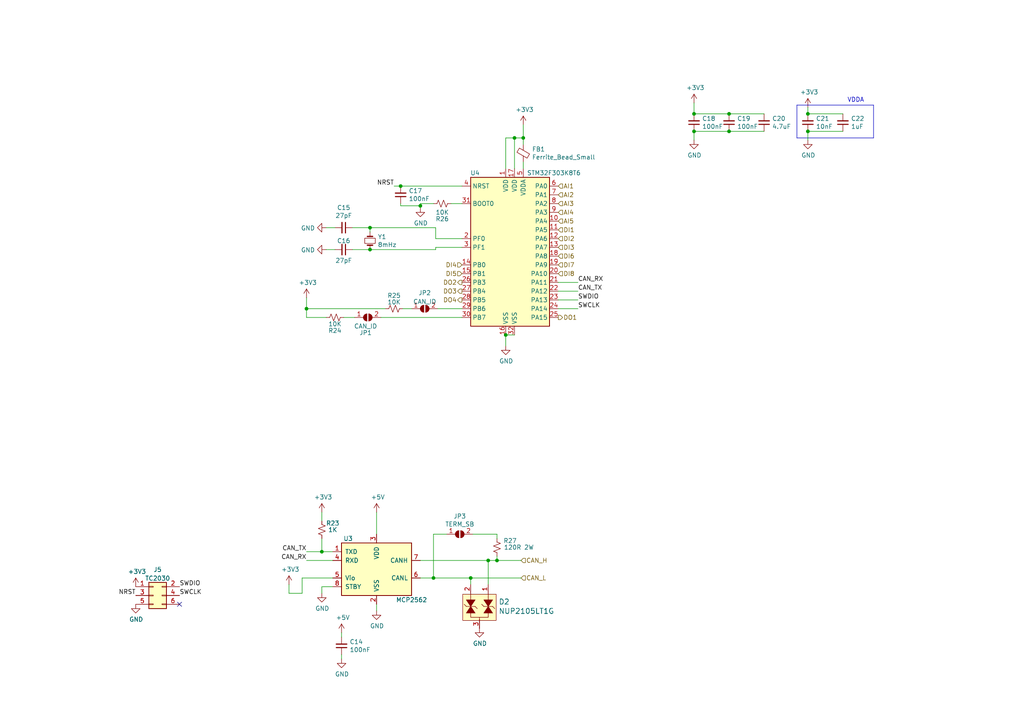
<source format=kicad_sch>
(kicad_sch (version 20230121) (generator eeschema)
  (paper "A4")
  (lib_symbols
    (symbol "Connector_Generic:Conn_02x03_Odd_Even" (pin_names (offset 1.016) hide)
      (property "Reference" "J" (at 1.27 5.08 0))
      (property "Value" "Conn_02x03_Odd_Even" (at 1.27 -5.08 0))
      (symbol "Conn_02x03_Odd_Even_1_1"
        (rectangle (start -1.27 -2.413) (end 0 -2.667) (stroke (width 0.1524)))
        (rectangle (start -1.27 0.127) (end 0 -0.127) (stroke (width 0.1524)))
        (rectangle (start -1.27 2.667) (end 0 2.413) (stroke (width 0.1524)))
        (rectangle (start -1.27 3.81) (end 3.81 -3.81) (stroke (width 0.254)) (fill (type background)))
        (rectangle (start 3.81 -2.413) (end 2.54 -2.667) (stroke (width 0.1524)))
        (rectangle (start 3.81 0.127) (end 2.54 -0.127) (stroke (width 0.1524)))
        (rectangle (start 3.81 2.667) (end 2.54 2.413) (stroke (width 0.1524)))
        (pin passive line (at -5.08 2.54 0) (length 3.81) (name "Pin_1") (number "1"))
        (pin passive line (at 7.62 2.54 180) (length 3.81) (name "Pin_2") (number "2"))
        (pin passive line (at -5.08 0 0) (length 3.81) (name "Pin_3") (number "3"))
        (pin passive line (at 7.62 0 180) (length 3.81) (name "Pin_4") (number "4"))
        (pin passive line (at -5.08 -2.54 0) (length 3.81) (name "Pin_5") (number "5"))
        (pin passive line (at 7.62 -2.54 180) (length 3.81) (name "Pin_6") (number "6"))
      )
    )
    (symbol "Device:C_Small" (pin_numbers hide) (pin_names (offset 0.254) hide)
      (property "Reference" "C" (at 0.254 1.778 0))
      (property "Value" "C_Small" (at 0.254 -2.032 0))
      (symbol "C_Small_0_1"
        (polyline (pts (xy -1.524 -0.508) (xy 1.524 -0.508)) (stroke (width 0.3302)))
        (polyline (pts (xy -1.524 0.508) (xy 1.524 0.508)) (stroke (width 0.3048)))
      )
      (symbol "C_Small_1_1"
        (pin passive line (at 0 2.54 270) (length 2.032) (name "~") (number "1"))
        (pin passive line (at 0 -2.54 90) (length 2.032) (name "~") (number "2"))
      )
    )
    (symbol "Device:Crystal_Small" (pin_numbers hide) (pin_names (offset 1.016) hide)
      (property "Reference" "Y" (at 0 2.54 0))
      (property "Value" "Crystal_Small" (at 0 -2.54 0))
      (symbol "Crystal_Small_0_1"
        (rectangle (start -0.762 -1.524) (end 0.762 1.524))
        (polyline (pts (xy -1.27 -0.762) (xy -1.27 0.762)) (stroke (width 0.381)))
        (polyline (pts (xy 1.27 -0.762) (xy 1.27 0.762)) (stroke (width 0.381)))
      )
      (symbol "Crystal_Small_1_1"
        (pin passive line (at -2.54 0 0) (length 1.27) (name "1") (number "1"))
        (pin passive line (at 2.54 0 180) (length 1.27) (name "2") (number "2"))
      )
    )
    (symbol "Device:FerriteBead_Small" (pin_numbers hide) (pin_names (offset 0))
      (property "Reference" "FB" (at 1.905 1.27 0))
      (property "Value" "FerriteBead_Small" (at 1.905 -1.27 0))
      (symbol "FerriteBead_Small_0_1"
        (polyline (pts (xy 0 -1.27) (xy 0 -0.7874)))
        (polyline (pts (xy 0 0.889) (xy 0 1.2954)))
        (polyline (pts (xy -1.8288 0.2794) (xy -1.1176 1.4986) (xy 1.8288 -0.2032) (xy 1.1176 -1.4224) (xy -1.8288 0.2794)))
      )
      (symbol "FerriteBead_Small_1_1"
        (pin passive line (at 0 2.54 270) (length 1.27) (name "~") (number "1"))
        (pin passive line (at 0 -2.54 90) (length 1.27) (name "~") (number "2"))
      )
    )
    (symbol "Device:R_Small_US" (pin_numbers hide) (pin_names (offset 0.254) hide)
      (property "Reference" "R" (at 0.762 0.508 0))
      (property "Value" "R_Small_US" (at 0.762 -1.016 0))
      (symbol "R_Small_US_1_1"
        (polyline (pts (xy 0 0) (xy 1.016 -0.381) (xy 0 -0.762) (xy -1.016 -1.143) (xy 0 -1.524)))
        (polyline (pts (xy 0 1.524) (xy 1.016 1.143) (xy 0 0.762) (xy -1.016 0.381) (xy 0 0)))
        (pin passive line (at 0 2.54 270) (length 1.016) (name "~") (number "1"))
        (pin passive line (at 0 -2.54 90) (length 1.016) (name "~") (number "2"))
      )
    )
    (symbol "Interface_CAN_LIN:MCP2562-H-SN" (pin_names (offset 1.016))
      (property "Reference" "U" (at -10.16 8.89 0))
      (property "Value" "MCP2562-H-SN" (at 2.54 8.89 0))
      (symbol "MCP2562-H-SN_0_1"
        (rectangle (start -10.16 7.62) (end 10.16 -7.62) (stroke (width 0.254)) (fill (type background)))
      )
      (symbol "MCP2562-H-SN_1_1"
        (pin input line (at -12.7 5.08 0) (length 2.54) (name "TXD") (number "1"))
        (pin power_in line (at 0 -10.16 90) (length 2.54) (name "VSS") (number "2"))
        (pin power_in line (at 0 10.16 270) (length 2.54) (name "VDD") (number "3"))
        (pin output line (at -12.7 2.54 0) (length 2.54) (name "RXD") (number "4"))
        (pin power_in line (at -12.7 -2.54 0) (length 2.54) (name "Vio") (number "5"))
        (pin bidirectional line (at 12.7 -2.54 180) (length 2.54) (name "CANL") (number "6"))
        (pin bidirectional line (at 12.7 2.54 180) (length 2.54) (name "CANH") (number "7"))
        (pin input line (at -12.7 -5.08 0) (length 2.54) (name "STBY") (number "8"))
      )
    )
    (symbol "Jumper:SolderJumper_2_Open" (pin_names (offset 0) hide)
      (property "Reference" "JP" (at 0 2.032 0))
      (property "Value" "SolderJumper_2_Open" (at 0 -2.54 0))
      (symbol "SolderJumper_2_Open_0_1"
        (arc (start -0.254 1.016) (mid -1.2656 0) (end -0.254 -1.016))
        (arc (start -0.254 1.016) (mid -1.2656 0) (end -0.254 -1.016) (fill (type outline)))
        (polyline (pts (xy -0.254 1.016) (xy -0.254 -1.016)))
        (polyline (pts (xy 0.254 1.016) (xy 0.254 -1.016)))
        (arc (start 0.254 -1.016) (mid 1.2656 0) (end 0.254 1.016))
        (arc (start 0.254 -1.016) (mid 1.2656 0) (end 0.254 1.016) (fill (type outline)))
      )
      (symbol "SolderJumper_2_Open_1_1"
        (pin passive line (at -3.81 0 0) (length 2.54) (name "A") (number "1"))
        (pin passive line (at 3.81 0 180) (length 2.54) (name "B") (number "2"))
      )
    )
    (symbol "MCU_ST_STM32F3:STM32F303K8Tx"
      (property "Reference" "U" (at -12.7 21.59 0))
      (property "Value" "STM32F303K8Tx" (at 5.08 21.59 0))
      (symbol "STM32F303K8Tx_0_1"
        (rectangle (start -12.7 -22.86) (end 10.16 20.32) (stroke (width 0.254)) (fill (type background)))
      )
      (symbol "STM32F303K8Tx_1_1"
        (pin power_in line (at -2.54 22.86 270) (length 2.54) (name "VDD") (number "1"))
        (pin bidirectional line (at 12.7 7.62 180) (length 2.54) (name "PA4") (number "10"))
        (pin bidirectional line (at 12.7 5.08 180) (length 2.54) (name "PA5") (number "11"))
        (pin bidirectional line (at 12.7 2.54 180) (length 2.54) (name "PA6") (number "12"))
        (pin bidirectional line (at 12.7 0 180) (length 2.54) (name "PA7") (number "13"))
        (pin bidirectional line (at -15.24 -5.08 0) (length 2.54) (name "PB0") (number "14"))
        (pin bidirectional line (at -15.24 -7.62 0) (length 2.54) (name "PB1") (number "15"))
        (pin power_in line (at -2.54 -25.4 90) (length 2.54) (name "VSS") (number "16"))
        (pin power_in line (at 0 22.86 270) (length 2.54) (name "VDD") (number "17"))
        (pin bidirectional line (at 12.7 -2.54 180) (length 2.54) (name "PA8") (number "18"))
        (pin bidirectional line (at 12.7 -5.08 180) (length 2.54) (name "PA9") (number "19"))
        (pin input line (at -15.24 2.54 0) (length 2.54) (name "PF0") (number "2"))
        (pin bidirectional line (at 12.7 -7.62 180) (length 2.54) (name "PA10") (number "20"))
        (pin bidirectional line (at 12.7 -10.16 180) (length 2.54) (name "PA11") (number "21"))
        (pin bidirectional line (at 12.7 -12.7 180) (length 2.54) (name "PA12") (number "22"))
        (pin bidirectional line (at 12.7 -15.24 180) (length 2.54) (name "PA13") (number "23"))
        (pin bidirectional line (at 12.7 -17.78 180) (length 2.54) (name "PA14") (number "24"))
        (pin bidirectional line (at 12.7 -20.32 180) (length 2.54) (name "PA15") (number "25"))
        (pin bidirectional line (at -15.24 -10.16 0) (length 2.54) (name "PB3") (number "26"))
        (pin bidirectional line (at -15.24 -12.7 0) (length 2.54) (name "PB4") (number "27"))
        (pin bidirectional line (at -15.24 -15.24 0) (length 2.54) (name "PB5") (number "28"))
        (pin bidirectional line (at -15.24 -17.78 0) (length 2.54) (name "PB6") (number "29"))
        (pin input line (at -15.24 0 0) (length 2.54) (name "PF1") (number "3"))
        (pin bidirectional line (at -15.24 -20.32 0) (length 2.54) (name "PB7") (number "30"))
        (pin input line (at -15.24 12.7 0) (length 2.54) (name "BOOT0") (number "31"))
        (pin power_in line (at 0 -25.4 90) (length 2.54) (name "VSS") (number "32"))
        (pin input line (at -15.24 17.78 0) (length 2.54) (name "NRST") (number "4"))
        (pin power_in line (at 2.54 22.86 270) (length 2.54) (name "VDDA") (number "5"))
        (pin bidirectional line (at 12.7 17.78 180) (length 2.54) (name "PA0") (number "6"))
        (pin bidirectional line (at 12.7 15.24 180) (length 2.54) (name "PA1") (number "7"))
        (pin bidirectional line (at 12.7 12.7 180) (length 2.54) (name "PA2") (number "8"))
        (pin bidirectional line (at 12.7 10.16 180) (length 2.54) (name "PA3") (number "9"))
      )
    )
    (symbol "dk_TVS-Diodes:NUP2105LT1G" (pin_names (offset 1.016))
      (property "Reference" "D" (at -4.826 5.842 0))
      (property "Value" "NUP2105LT1G" (at 0 -6.35 0))
      (symbol "NUP2105LT1G_0_1"
        (polyline (pts (xy -6.35 -2.54) (xy -3.175 -2.54)))
        (polyline (pts (xy -3.175 2.54) (xy -6.35 2.54)))
        (polyline (pts (xy -1.27 -3.81) (xy -1.905 -4.445)))
        (polyline (pts (xy -1.27 -1.27) (xy -1.27 -3.81)))
        (polyline (pts (xy -1.27 -1.27) (xy -0.635 -0.635)))
        (polyline (pts (xy -1.27 1.27) (xy -1.905 0.635)))
        (polyline (pts (xy -1.27 3.81) (xy -1.27 1.27)))
        (polyline (pts (xy -1.27 3.81) (xy -0.635 4.445)))
        (polyline (pts (xy -3.175 -1.27) (xy -3.175 -3.81) (xy -1.27 -2.54) (xy -3.175 -1.27)) (fill (type outline)))
        (polyline (pts (xy -3.175 3.81) (xy -3.175 1.27) (xy -1.27 2.54) (xy -3.175 3.81)) (fill (type outline)))
        (polyline (pts (xy 0.635 -1.27) (xy 0.635 -3.81) (xy -1.27 -2.54) (xy 0.635 -1.27)) (fill (type outline)))
        (polyline (pts (xy 0.635 3.81) (xy 0.635 1.27) (xy -1.27 2.54) (xy 0.635 3.81)) (fill (type outline)))
      )
      (symbol "NUP2105LT1G_1_1"
        (rectangle (start -4.826 4.826) (end 2.794 -4.826) (fill (type background)))
        (polyline (pts (xy 1.8796 -2.54) (xy 0.4064 -2.54)))
        (polyline (pts (xy 2.54 0) (xy 1.8796 0)))
        (polyline (pts (xy -1.27 2.54) (xy 1.8796 2.54) (xy 1.8796 -2.54)))
        (pin passive line (at -7.62 2.54 0) (length 2.54) (name "~") (number "1"))
        (pin passive line (at -7.62 -2.54 0) (length 2.54) (name "~") (number "2"))
        (pin passive line (at 5.08 0 180) (length 2.54) (name "~") (number "3"))
      )
    )
    (symbol "power:+3V3" (power) (pin_names (offset 0))
      (property "Value" "+3V3" (at 0 3.556 0))
      (symbol "+3V3_0_1"
        (polyline (pts (xy -0.762 1.27) (xy 0 2.54)))
        (polyline (pts (xy 0 0) (xy 0 2.54)))
        (polyline (pts (xy 0 2.54) (xy 0.762 1.27)))
      )
      (symbol "+3V3_1_1"
        (pin power_in line (at 0 0 90) (length 0) hide (name "+3V3") (number "1"))
      )
    )
    (symbol "power:+5V" (power) (pin_names (offset 0))
      (property "Value" "+5V" (at 0 3.556 0))
      (symbol "+5V_0_1"
        (polyline (pts (xy -0.762 1.27) (xy 0 2.54)))
        (polyline (pts (xy 0 0) (xy 0 2.54)))
        (polyline (pts (xy 0 2.54) (xy 0.762 1.27)))
      )
      (symbol "+5V_1_1"
        (pin power_in line (at 0 0 90) (length 0) hide (name "+5V") (number "1"))
      )
    )
    (symbol "power:GND" (power) (pin_names (offset 0))
      (property "Value" "GND" (at 0 -3.81 0))
      (symbol "GND_0_1"
        (polyline (pts (xy 0 0) (xy 0 -1.27) (xy 1.27 -1.27) (xy 0 -2.54) (xy -1.27 -1.27) (xy 0 -1.27)))
      )
      (symbol "GND_1_1"
        (pin power_in line (at 0 0 270) (length 0) hide (name "GND") (number "1"))
      )
    )
  )
  (junction (at 211.455 38.1))
  (junction (at 149.225 40.005))
  (junction (at 201.295 38.1))
  (junction (at 146.685 97.155))
  (junction (at 121.92 59.69))
  (junction (at 125.73 167.64))
  (junction (at 234.315 33.02))
  (junction (at 107.315 72.39))
  (junction (at 211.455 33.02))
  (junction (at 136.525 167.64))
  (junction (at 93.345 160.02))
  (junction (at 88.9 89.535))
  (junction (at 234.315 38.1))
  (junction (at 151.765 40.005))
  (junction (at 201.295 33.02))
  (junction (at 107.315 66.04))
  (junction (at 116.205 53.975))
  (junction (at 144.145 162.56))
  (junction (at 141.605 162.56))
  (no_connect (at 52.07 175.26))
  (wire (pts (xy 110.49 92.075) (xy 133.985 92.075)))
  (wire (pts (xy 201.295 33.02) (xy 211.455 33.02)))
  (wire (pts (xy 151.765 46.99) (xy 151.765 48.895)))
  (wire (pts (xy 116.205 53.975) (xy 133.985 53.975)))
  (wire (pts (xy 116.84 89.535) (xy 119.38 89.535)))
  (wire (pts (xy 167.64 81.915) (xy 161.925 81.915)))
  (wire (pts (xy 94.615 92.075) (xy 88.9 92.075)))
  (wire (pts (xy 116.205 59.69) (xy 121.92 59.69)))
  (wire (pts (xy 127 89.535) (xy 133.985 89.535)))
  (wire (pts (xy 102.235 72.39) (xy 107.315 72.39)))
  (wire (pts (xy 201.295 40.64) (xy 201.295 38.1)))
  (wire (pts (xy 88.9 89.535) (xy 88.9 86.36)))
  (wire (pts (xy 125.73 59.055) (xy 121.92 59.055)))
  (wire (pts (xy 125.73 167.64) (xy 136.525 167.64)))
  (wire (pts (xy 121.92 167.64) (xy 125.73 167.64)))
  (wire (pts (xy 167.64 89.535) (xy 161.925 89.535)))
  (wire (pts (xy 126.365 72.39) (xy 126.365 71.755)))
  (wire (pts (xy 114.3 53.975) (xy 116.205 53.975)))
  (wire (pts (xy 96.52 167.64) (xy 87.63 167.64)))
  (wire (pts (xy 129.54 154.94) (xy 125.73 154.94)))
  (wire (pts (xy 87.63 167.64) (xy 87.63 172.085)))
  (wire (pts (xy 141.605 169.545) (xy 141.605 162.56)))
  (wire (pts (xy 201.295 38.1) (xy 211.455 38.1)))
  (wire (pts (xy 126.365 71.755) (xy 133.985 71.755)))
  (wire (pts (xy 146.685 40.005) (xy 149.225 40.005)))
  (wire (pts (xy 116.205 59.055) (xy 116.205 59.69)))
  (wire (pts (xy 201.295 29.845) (xy 201.295 33.02)))
  (wire (pts (xy 234.315 33.02) (xy 244.475 33.02)))
  (polyline (pts (xy 231.14 40.005) (xy 253.365 40.005)))
  (wire (pts (xy 93.345 170.18) (xy 93.345 172.085)))
  (wire (pts (xy 144.145 161.29) (xy 144.145 162.56)))
  (wire (pts (xy 149.225 40.005) (xy 151.765 40.005)))
  (wire (pts (xy 94.615 72.39) (xy 97.155 72.39)))
  (wire (pts (xy 99.06 189.865) (xy 99.06 191.135)))
  (wire (pts (xy 167.64 86.995) (xy 161.925 86.995)))
  (wire (pts (xy 144.145 154.94) (xy 137.16 154.94)))
  (wire (pts (xy 149.225 97.155) (xy 146.685 97.155)))
  (wire (pts (xy 121.92 59.055) (xy 121.92 59.69)))
  (wire (pts (xy 93.345 160.02) (xy 96.52 160.02)))
  (wire (pts (xy 141.605 162.56) (xy 121.92 162.56)))
  (wire (pts (xy 109.22 175.26) (xy 109.22 177.165)))
  (wire (pts (xy 107.315 66.04) (xy 126.365 66.04)))
  (wire (pts (xy 126.365 69.215) (xy 133.985 69.215)))
  (wire (pts (xy 144.145 156.21) (xy 144.145 154.94)))
  (wire (pts (xy 99.695 92.075) (xy 102.87 92.075)))
  (wire (pts (xy 96.52 170.18) (xy 93.345 170.18)))
  (wire (pts (xy 151.765 36.195) (xy 151.765 40.005)))
  (wire (pts (xy 136.525 169.545) (xy 136.525 167.64)))
  (wire (pts (xy 94.615 66.04) (xy 97.155 66.04)))
  (wire (pts (xy 126.365 66.04) (xy 126.365 69.215)))
  (wire (pts (xy 107.315 67.31) (xy 107.315 66.04)))
  (polyline (pts (xy 253.365 40.005) (xy 253.365 30.48)))
  (wire (pts (xy 133.985 59.055) (xy 130.81 59.055)))
  (wire (pts (xy 125.73 154.94) (xy 125.73 167.64)))
  (wire (pts (xy 234.315 31.115) (xy 234.315 33.02)))
  (polyline (pts (xy 231.14 30.48) (xy 231.14 40.005)))
  (wire (pts (xy 88.9 92.075) (xy 88.9 89.535)))
  (wire (pts (xy 234.315 38.1) (xy 244.475 38.1)))
  (wire (pts (xy 111.76 89.535) (xy 88.9 89.535)))
  (wire (pts (xy 88.9 162.56) (xy 96.52 162.56)))
  (wire (pts (xy 88.9 160.02) (xy 93.345 160.02)))
  (wire (pts (xy 146.685 48.895) (xy 146.685 40.005)))
  (wire (pts (xy 87.63 172.085) (xy 83.82 172.085)))
  (wire (pts (xy 211.455 33.02) (xy 221.615 33.02)))
  (wire (pts (xy 83.82 172.085) (xy 83.82 169.545)))
  (wire (pts (xy 107.315 72.39) (xy 126.365 72.39)))
  (wire (pts (xy 144.145 162.56) (xy 141.605 162.56)))
  (wire (pts (xy 149.225 48.895) (xy 149.225 40.005)))
  (polyline (pts (xy 253.365 30.48) (xy 231.14 30.48)))
  (wire (pts (xy 234.315 40.64) (xy 234.315 38.1)))
  (wire (pts (xy 93.345 148.59) (xy 93.345 151.13)))
  (wire (pts (xy 136.525 167.64) (xy 151.13 167.64)))
  (wire (pts (xy 99.06 183.515) (xy 99.06 184.785)))
  (wire (pts (xy 211.455 38.1) (xy 221.615 38.1)))
  (wire (pts (xy 151.13 162.56) (xy 144.145 162.56)))
  (wire (pts (xy 102.235 66.04) (xy 107.315 66.04)))
  (wire (pts (xy 167.64 84.455) (xy 161.925 84.455)))
  (wire (pts (xy 109.22 148.59) (xy 109.22 154.94)))
  (wire (pts (xy 121.92 59.69) (xy 121.92 60.325)))
  (wire (pts (xy 93.345 156.21) (xy 93.345 160.02)))
  (wire (pts (xy 151.765 40.005) (xy 151.765 41.91)))
  (wire (pts (xy 146.685 97.155) (xy 146.685 100.33)))
  (text "VDDA" (at 245.745 29.845 0) (effects (font (size 1.27 1.27)) (justify left bottom)))
  (label "CAN_TX" (at 167.64 84.455 0))
  (label "NRST" (at 39.37 172.72 180))
  (label "CAN_RX" (at 167.64 81.915 0))
  (label "SWCLK" (at 52.07 172.72 0))
  (label "SWCLK" (at 167.64 89.535 0))
  (label "SWDIO" (at 167.64 86.995 0))
  (label "CAN_RX" (at 88.9 162.56 180))
  (label "SWDIO" (at 52.07 170.18 0))
  (label "NRST" (at 114.3 53.975 180))
  (label "CAN_TX" (at 88.9 160.02 180))
  (hierarchical_label "DI8" (shape input) (at 161.925 79.375 0))
  (hierarchical_label "AI3" (shape input) (at 161.925 59.055 0))
  (hierarchical_label "DI4" (shape input) (at 133.985 76.835 180))
  (hierarchical_label "DI6" (shape input) (at 161.925 74.295 0))
  (hierarchical_label "DI3" (shape input) (at 161.925 71.755 0))
  (hierarchical_label "CAN_H" (shape input) (at 151.13 162.56 0))
  (hierarchical_label "DO2" (shape output) (at 133.985 81.915 180))
  (hierarchical_label "DI1" (shape input) (at 161.925 66.675 0))
  (hierarchical_label "AI5" (shape input) (at 161.925 64.135 0))
  (hierarchical_label "DI7" (shape input) (at 161.925 76.835 0))
  (hierarchical_label "AI4" (shape input) (at 161.925 61.595 0))
  (hierarchical_label "DI5" (shape input) (at 133.985 79.375 180))
  (hierarchical_label "AI1" (shape input) (at 161.925 53.975 0))
  (hierarchical_label "DO4" (shape output) (at 133.985 86.995 180))
  (hierarchical_label "DI2" (shape input) (at 161.925 69.215 0))
  (hierarchical_label "AI2" (shape input) (at 161.925 56.515 0))
  (hierarchical_label "CAN_L" (shape input) (at 151.13 167.64 0))
  (hierarchical_label "DO1" (shape output) (at 161.925 92.075 0))
  (hierarchical_label "DO3" (shape output) (at 133.985 84.455 180))
  (symbol (lib_id "MCU_ST_STM32F3:STM32F303K8Tx") (at 149.225 71.755 0) (unit 1)
    (property "Reference" "U4" (at 137.795 50.165 0))
    (property "Value" "STM32F303K8T6" (at 160.655 50.165 0))
    (property "Footprint" "Package_QFP:LQFP-32_7x7mm_P0.8mm" (effects hide))
    (property "Datasheet" "http://www.st.com/st-web-ui/static/active/en/resource/technical/document/datasheet/DM00092070.pdf" (effects hide))
    (property "Digi-Key_PN" "497-15828-ND" (effects hide))
    (property "LCSC" "C118318" (effects hide))
  )
  (symbol (lib_id "Device:Crystal_Small") (at 107.315 69.85 270) (unit 1)
    (property "Reference" "Y1" (at 109.5502 68.6816 90) (effects (justify left)))
    (property "Value" "8mHz" (at 109.5502 70.993 90) (effects (justify left)))
    (property "Footprint" "Crystal:Crystal_SMD_5032-2Pin_5.0x3.2mm" (effects hide))
    (property "Digi-Key_PN" "535-10630-1-ND" (effects hide))
    (property "LCSC" "C144380" (effects hide))
  )
  (symbol (lib_id "Device:C_Small") (at 99.695 66.04 270) (unit 1)
    (property "Reference" "C15" (at 99.695 60.2234 90))
    (property "Value" "27pF" (at 99.695 62.5348 90))
    (property "Footprint" "Capacitor_SMD:C_0805_2012Metric" (effects hide))
    (property "Digi-Key_PN" "478-10518-1-ND" (effects hide))
    (property "LCSC" "C1808" (effects hide))
  )
  (symbol (lib_id "Device:C_Small") (at 99.695 72.39 270) (unit 1)
    (property "Reference" "C16" (at 99.695 69.85 90))
    (property "Value" "27pF" (at 99.695 75.565 90))
    (property "Footprint" "Capacitor_SMD:C_0805_2012Metric" (effects hide))
    (property "Digi-Key_PN" "478-10518-1-ND" (effects hide))
    (property "LCSC" "C1808" (effects hide))
  )
  (symbol (lib_id "power:GND") (at 94.615 66.04 270) (unit 1)
    (property "Reference" "#PWR023" (effects hide))
    (property "Value" "GND" (at 91.3638 66.167 90) (effects (justify right)))
  )
  (symbol (lib_id "power:GND") (at 94.615 72.39 270) (unit 1)
    (property "Reference" "#PWR024" (effects hide))
    (property "Value" "GND" (at 91.3638 72.517 90) (effects (justify right)))
  )
  (symbol (lib_id "Device:R_Small_US") (at 128.27 59.055 270) (unit 1)
    (property "Reference" "R26" (at 128.27 63.5 90))
    (property "Value" "10K" (at 128.27 61.595 90))
    (property "Footprint" "Resistor_SMD:R_0805_2012Metric" (effects hide))
    (property "Digi-Key_PN" "311-10.0KCRDKR-ND" (effects hide))
    (property "LCSC" "C17414" (effects hide))
  )
  (symbol (lib_id "power:GND") (at 146.685 100.33 0) (unit 1)
    (property "Reference" "#PWR031" (effects hide))
    (property "Value" "GND" (at 146.812 104.7242 0))
  )
  (symbol (lib_id "Device:FerriteBead_Small") (at 151.765 44.45 0) (unit 1)
    (property "Reference" "FB1" (at 154.305 43.2816 0) (effects (justify left)))
    (property "Value" "Ferrite_Bead_Small" (at 154.305 45.593 0) (effects (justify left)))
    (property "Footprint" "Resistor_SMD:R_0805_2012Metric" (effects hide))
    (property "Digi-Key_PN" "490-1054-1-ND" (effects hide))
    (property "LCSC" "C85840" (effects hide))
  )
  (symbol (lib_id "power:+3V3") (at 151.765 36.195 0) (unit 1)
    (property "Reference" "#PWR032" (effects hide))
    (property "Value" "+3V3" (at 152.146 31.8008 0))
  )
  (symbol (lib_id "Device:C_Small") (at 116.205 56.515 180) (unit 1)
    (property "Reference" "C17" (at 118.5418 55.3466 0) (effects (justify right)))
    (property "Value" "100nF" (at 118.5418 57.658 0) (effects (justify right)))
    (property "Footprint" "Capacitor_SMD:C_0805_2012Metric" (effects hide))
    (property "Digi-Key_PN" "399-1169-1-ND" (effects hide))
    (property "LCSC" "C49678" (effects hide))
  )
  (symbol (lib_id "power:GND") (at 121.92 60.325 0) (unit 1)
    (property "Reference" "#PWR029" (effects hide))
    (property "Value" "GND" (at 122.047 64.7192 0))
  )
  (symbol (lib_id "Device:C_Small") (at 201.295 35.56 180) (unit 1)
    (property "Reference" "C18" (at 203.6318 34.3916 0) (effects (justify right)))
    (property "Value" "100nF" (at 203.6318 36.703 0) (effects (justify right)))
    (property "Footprint" "Capacitor_SMD:C_0805_2012Metric" (effects hide))
    (property "Digi-Key_PN" "399-1169-1-ND" (effects hide))
    (property "LCSC" "C49678" (effects hide))
  )
  (symbol (lib_id "Device:C_Small") (at 211.455 35.56 180) (unit 1)
    (property "Reference" "C19" (at 213.7918 34.3916 0) (effects (justify right)))
    (property "Value" "100nF" (at 213.7918 36.703 0) (effects (justify right)))
    (property "Footprint" "Capacitor_SMD:C_0805_2012Metric" (effects hide))
    (property "Digi-Key_PN" "399-1169-1-ND" (effects hide))
    (property "LCSC" "C49678" (effects hide))
  )
  (symbol (lib_id "power:GND") (at 201.295 40.64 0) (unit 1)
    (property "Reference" "#PWR034" (effects hide))
    (property "Value" "GND" (at 201.422 45.0342 0))
  )
  (symbol (lib_id "Device:C_Small") (at 221.615 35.56 180) (unit 1)
    (property "Reference" "C20" (at 223.9518 34.3916 0) (effects (justify right)))
    (property "Value" "4.7uF" (at 223.9518 36.703 0) (effects (justify right)))
    (property "Footprint" "Capacitor_SMD:C_0805_2012Metric" (effects hide))
    (property "Digi-Key_PN" "1276-2873-1-ND" (effects hide))
    (property "LCSC" "C1779" (effects hide))
  )
  (symbol (lib_id "Device:C_Small") (at 234.315 35.56 180) (unit 1)
    (property "Reference" "C21" (at 236.6518 34.3916 0) (effects (justify right)))
    (property "Value" "10nF" (at 236.6518 36.703 0) (effects (justify right)))
    (property "Footprint" "Capacitor_SMD:C_0805_2012Metric" (effects hide))
    (property "Digi-Key_PN" "311-1136-1-ND" (effects hide))
    (property "LCSC" "C1710" (effects hide))
  )
  (symbol (lib_id "Device:C_Small") (at 244.475 35.56 180) (unit 1)
    (property "Reference" "C22" (at 246.8118 34.3916 0) (effects (justify right)))
    (property "Value" "1uF" (at 246.8118 36.703 0) (effects (justify right)))
    (property "Footprint" "Capacitor_SMD:C_0805_2012Metric" (effects hide))
    (property "Digi-Key_PN" "311-1365-1-ND" (effects hide))
    (property "LCSC" "C28323" (effects hide))
  )
  (symbol (lib_id "power:+3V3") (at 201.295 29.845 0) (unit 1)
    (property "Reference" "#PWR033" (effects hide))
    (property "Value" "+3V3" (at 201.676 25.4508 0))
  )
  (symbol (lib_id "power:+3V3") (at 234.315 31.115 0) (unit 1)
    (property "Reference" "#PWR035" (effects hide))
    (property "Value" "+3V3" (at 234.696 26.7208 0))
  )
  (symbol (lib_id "power:GND") (at 234.315 40.64 0) (unit 1)
    (property "Reference" "#PWR036" (effects hide))
    (property "Value" "GND" (at 234.442 45.0342 0))
  )
  (symbol (lib_id "power:GND") (at 39.37 175.26 0) (unit 1)
    (property "Reference" "#PWR018" (effects hide))
    (property "Value" "GND" (at 39.497 179.6542 0))
  )
  (symbol (lib_id "power:+3V3") (at 39.37 170.18 0) (unit 1)
    (property "Reference" "#PWR017" (effects hide))
    (property "Value" "+3V3" (at 39.751 165.7858 0))
  )
  (symbol (lib_id "power:+3V3") (at 83.82 169.545 0) (unit 1)
    (property "Reference" "#PWR019" (effects hide))
    (property "Value" "+3V3" (at 84.201 165.1508 0))
  )
  (symbol (lib_id "power:GND") (at 93.345 172.085 0) (unit 1)
    (property "Reference" "#PWR022" (effects hide))
    (property "Value" "GND" (at 93.472 176.4792 0))
  )
  (symbol (lib_id "power:GND") (at 109.22 177.165 0) (unit 1)
    (property "Reference" "#PWR028" (effects hide))
    (property "Value" "GND" (at 109.347 181.5592 0))
  )
  (symbol (lib_id "Device:R_Small_US") (at 93.345 153.67 180) (unit 1)
    (property "Reference" "R23" (at 96.52 151.765 0))
    (property "Value" "1K" (at 96.52 153.67 0))
    (property "Footprint" "Resistor_SMD:R_0805_2012Metric" (effects hide))
    (property "Digi-Key_PN" "311-1.0KARCT-ND" (effects hide))
    (property "LCSC" "C17513" (effects hide))
  )
  (symbol (lib_id "power:+3V3") (at 93.345 148.59 0) (unit 1)
    (property "Reference" "#PWR021" (effects hide))
    (property "Value" "+3V3" (at 93.726 144.1958 0))
  )
  (symbol (lib_id "power:+5V") (at 109.22 148.59 0) (unit 1)
    (property "Reference" "#PWR027" (effects hide))
    (property "Value" "+5V" (at 109.601 144.1958 0))
  )
  (symbol (lib_id "dk_TVS-Diodes:NUP2105LT1G") (at 139.065 177.165 270) (unit 1)
    (property "Reference" "D2" (at 144.6022 174.5488 90) (effects (font (size 1.524 1.524)) (justify left)))
    (property "Value" "NUP2105LT1G" (at 144.6022 177.2412 90) (effects (font (size 1.524 1.524)) (justify left)))
    (property "Footprint" "digikey-footprints:SOT-23-3" (effects hide))
    (property "Datasheet" "http://www.onsemi.com/pub/Collateral/NUP2105L-D.PDF" (effects hide))
    (property "Digi-Key_PN" "NUP2105LT1GOSCT-ND" (effects hide))
    (property "MPN" "NUP2105LT1G" (effects hide))
    (property "Category" "Circuit Protection" (effects hide))
    (property "Family" "TVS - Diodes" (effects hide))
    (property "DK_Datasheet_Link" "http://www.onsemi.com/pub/Collateral/NUP2105L-D.PDF" (effects hide))
    (property "DK_Detail_Page" "/product-detail/en/on-semiconductor/NUP2105LT1G/NUP2105LT1GOSCT-ND/1485001" (effects hide))
    (property "Description" "TVS DIODE 24V 44V SOT23-3" (effects hide))
    (property "Manufacturer" "ON Semiconductor" (effects hide))
    (property "Status" "Active" (effects hide))
    (property "LCSC" "C2890118" (effects hide))
  )
  (symbol (lib_id "power:GND") (at 139.065 182.245 0) (unit 1)
    (property "Reference" "#PWR030" (effects hide))
    (property "Value" "GND" (at 139.192 186.6392 0))
  )
  (symbol (lib_id "Jumper:SolderJumper_2_Open") (at 133.35 154.94 0) (unit 1)
    (property "Reference" "JP3" (at 133.35 149.733 0))
    (property "Value" "TERM_SB" (at 133.35 152.0444 0))
    (property "Footprint" "Jumper:SolderJumper-2_P1.3mm_Open_RoundedPad1.0x1.5mm" (effects hide))
  )
  (symbol (lib_id "Device:R_Small_US") (at 144.145 158.75 180) (unit 1)
    (property "Reference" "R27" (at 147.955 156.845 0))
    (property "Value" "120R 2W" (at 150.495 158.75 0))
    (property "Footprint" "Resistor_SMD:R_2512_6332Metric" (effects hide))
    (property "Digi-Key_PN" "A116010CT-ND" (effects hide))
    (property "LCSC" "C19865" (effects hide))
  )
  (symbol (lib_id "Device:C_Small") (at 99.06 187.325 180) (unit 1)
    (property "Reference" "C14" (at 101.3968 186.1566 0) (effects (justify right)))
    (property "Value" "100nF" (at 101.3968 188.468 0) (effects (justify right)))
    (property "Footprint" "Capacitor_SMD:C_0805_2012Metric" (effects hide))
    (property "Digi-Key_PN" "399-1169-1-ND" (effects hide))
    (property "LCSC" "C49678" (effects hide))
  )
  (symbol (lib_id "power:+5V") (at 99.06 183.515 0) (unit 1)
    (property "Reference" "#PWR025" (effects hide))
    (property "Value" "+5V" (at 99.441 179.1208 0))
  )
  (symbol (lib_id "power:GND") (at 99.06 191.135 0) (unit 1)
    (property "Reference" "#PWR026" (effects hide))
    (property "Value" "GND" (at 99.187 195.5292 0))
  )
  (symbol (lib_id "Device:R_Small_US") (at 114.3 89.535 270) (unit 1)
    (property "Reference" "R25" (at 114.3 85.725 90))
    (property "Value" "10K" (at 114.3 87.63 90))
    (property "Footprint" "Resistor_SMD:R_0805_2012Metric" (effects hide))
    (property "Digi-Key_PN" "311-10.0KCRDKR-ND" (effects hide))
    (property "LCSC" "C17414" (effects hide))
  )
  (symbol (lib_id "Device:R_Small_US") (at 97.155 92.075 270) (unit 1)
    (property "Reference" "R24" (at 97.155 95.885 90))
    (property "Value" "10K" (at 97.155 93.98 90))
    (property "Footprint" "Resistor_SMD:R_0805_2012Metric" (effects hide))
    (property "Digi-Key_PN" "311-10.0KCRDKR-ND" (effects hide))
    (property "LCSC" "C17414" (effects hide))
  )
  (symbol (lib_id "power:+3V3") (at 88.9 86.36 0) (unit 1)
    (property "Reference" "#PWR020" (effects hide))
    (property "Value" "+3V3" (at 89.281 81.9658 0))
  )
  (symbol (lib_id "Interface_CAN_LIN:MCP2562-H-SN") (at 109.22 165.1 0) (unit 1)
    (property "Reference" "U3" (at 100.965 156.21 0))
    (property "Value" "MCP2562" (at 119.38 173.99 0))
    (property "Footprint" "Package_SO:SOIC-8_3.9x4.9mm_P1.27mm" (effects hide))
    (property "Datasheet" "http://ww1.microchip.com/downloads/en/DeviceDoc/25167A.pdf" (effects hide))
    (property "Digi-Key_PN" "MCP2562-H/SN-ND" (effects hide))
    (property "LCSC" "C191417" (effects hide))
  )
  (symbol (lib_id "Connector_Generic:Conn_02x03_Odd_Even") (at 44.45 172.72 0) (unit 1)
    (property "Reference" "J5" (at 45.72 165.2102 0))
    (property "Value" "TC2030" (at 45.72 167.7471 0))
    (property "Footprint" "Connector:Tag-Connect_TC2030-IDC-NL_2x03_P1.27mm_Vertical" (effects hide))
  )
  (symbol (lib_id "Jumper:SolderJumper_2_Open") (at 123.19 89.535 0) (unit 1)
    (property "Reference" "JP2" (at 123.19 84.9462 0))
    (property "Value" "CAN_ID" (at 123.19 87.4831 0))
    (property "Footprint" "Jumper:SolderJumper-2_P1.3mm_Open_RoundedPad1.0x1.5mm" (effects hide))
  )
  (symbol (lib_id "Jumper:SolderJumper_2_Open") (at 106.68 92.075 0) (unit 1)
    (property "Reference" "JP1" (at 106.045 96.52 0))
    (property "Value" "CAN_ID" (at 106.045 94.615 0))
    (property "Footprint" "Jumper:SolderJumper-2_P1.3mm_Open_RoundedPad1.0x1.5mm" (effects hide))
  )
)
</source>
